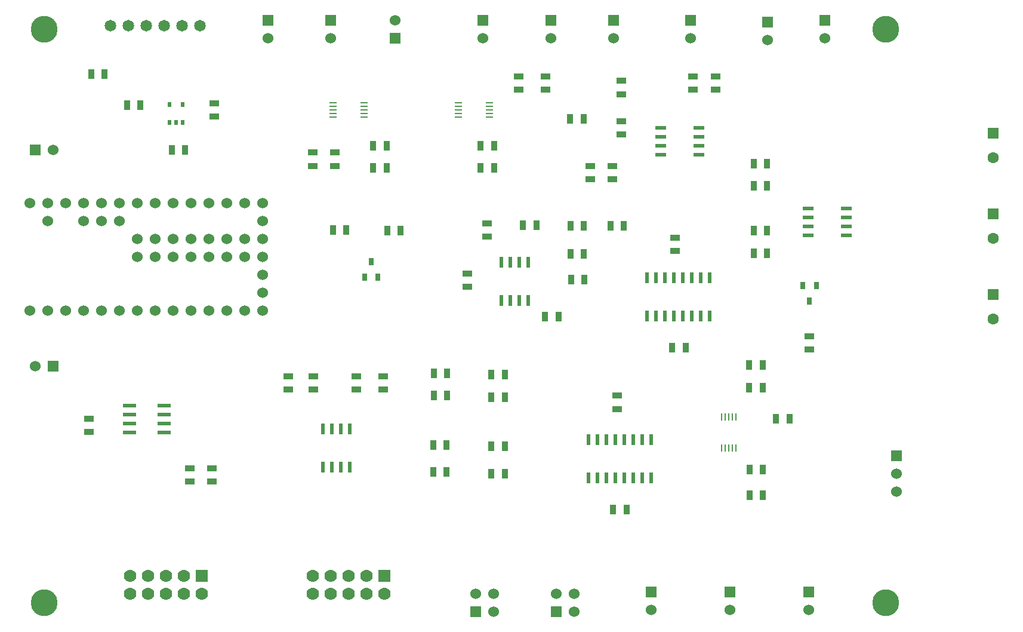
<source format=gts>
G04 (created by PCBNEW (2013-jul-07)-stable) date Thu 22 Dec 2016 08:04:52 PM PST*
%MOIN*%
G04 Gerber Fmt 3.4, Leading zero omitted, Abs format*
%FSLAX34Y34*%
G01*
G70*
G90*
G04 APERTURE LIST*
%ADD10C,0.00590551*%
%ADD11C,0.06*%
%ADD12R,0.02X0.03*%
%ADD13R,0.0315X0.0394*%
%ADD14R,0.055X0.035*%
%ADD15R,0.035X0.055*%
%ADD16R,0.06X0.06*%
%ADD17R,0.0394X0.0106*%
%ADD18C,0.065*%
%ADD19R,0.0779528X0.0208661*%
%ADD20R,0.063X0.063*%
%ADD21C,0.063*%
%ADD22R,0.023622X0.0610236*%
%ADD23R,0.0610236X0.023622*%
%ADD24R,0.07X0.07*%
%ADD25C,0.07*%
%ADD26R,0.0106X0.0394*%
%ADD27C,0.15*%
G04 APERTURE END LIST*
G54D10*
G54D11*
X20700Y-37200D03*
X21700Y-37200D03*
X22700Y-37200D03*
X23700Y-37200D03*
X24700Y-37200D03*
X25700Y-37200D03*
X26700Y-37200D03*
X27700Y-37200D03*
X28700Y-37200D03*
X29700Y-37200D03*
X30700Y-37200D03*
X31700Y-37200D03*
X32700Y-37200D03*
X33700Y-37200D03*
X33700Y-36200D03*
X33700Y-35200D03*
X33700Y-34200D03*
X33700Y-33200D03*
X33700Y-32200D03*
X33700Y-31200D03*
X32700Y-31200D03*
X31700Y-31200D03*
X30700Y-31200D03*
X29700Y-31200D03*
X28700Y-31200D03*
X27700Y-31200D03*
X26700Y-31200D03*
X25700Y-31200D03*
X24700Y-31200D03*
X23700Y-31200D03*
X22700Y-31200D03*
X21700Y-31200D03*
X20700Y-31200D03*
X26700Y-34200D03*
X27700Y-34200D03*
X28700Y-34200D03*
X29700Y-34200D03*
X30700Y-34200D03*
X31700Y-34200D03*
X32700Y-34200D03*
X32700Y-33200D03*
X31700Y-33200D03*
X30700Y-33200D03*
X29700Y-33200D03*
X28700Y-33200D03*
X27700Y-33200D03*
X26700Y-33200D03*
X25700Y-32200D03*
X24700Y-32200D03*
X23700Y-32200D03*
X21700Y-32200D03*
G54D12*
X28491Y-26698D03*
X29241Y-26698D03*
X28491Y-25698D03*
X28866Y-26698D03*
X29241Y-25698D03*
G54D13*
X39777Y-34474D03*
X40152Y-35340D03*
X39402Y-35340D03*
X64250Y-36683D03*
X63875Y-35817D03*
X64625Y-35817D03*
G54D14*
X38954Y-40873D03*
X38954Y-41623D03*
G54D15*
X43266Y-40704D03*
X44016Y-40704D03*
X60875Y-41500D03*
X61625Y-41500D03*
X61652Y-46074D03*
X60902Y-46074D03*
X60875Y-40250D03*
X61625Y-40250D03*
X61652Y-47492D03*
X60902Y-47492D03*
G54D14*
X36553Y-41623D03*
X36553Y-40873D03*
G54D15*
X43266Y-41925D03*
X44016Y-41925D03*
G54D14*
X35135Y-41623D03*
X35135Y-40873D03*
X40450Y-40873D03*
X40450Y-41623D03*
G54D15*
X57335Y-39271D03*
X56585Y-39271D03*
G54D14*
X56750Y-33875D03*
X56750Y-33125D03*
G54D15*
X54032Y-48309D03*
X53282Y-48309D03*
G54D14*
X53500Y-42699D03*
X53500Y-41949D03*
G54D15*
X62375Y-43250D03*
X63125Y-43250D03*
G54D14*
X64250Y-38625D03*
X64250Y-39375D03*
G54D15*
X51640Y-32472D03*
X50890Y-32472D03*
X51680Y-35464D03*
X50930Y-35464D03*
X48252Y-32433D03*
X49002Y-32433D03*
X51640Y-34047D03*
X50890Y-34047D03*
G54D14*
X45124Y-35128D03*
X45124Y-35878D03*
G54D15*
X41412Y-32742D03*
X40662Y-32742D03*
X38380Y-32702D03*
X37630Y-32702D03*
X49473Y-37551D03*
X50223Y-37551D03*
G54D14*
X46226Y-33083D03*
X46226Y-32333D03*
G54D15*
X53884Y-32472D03*
X53134Y-32472D03*
G54D14*
X24000Y-43225D03*
X24000Y-43975D03*
G54D15*
X24125Y-24000D03*
X24875Y-24000D03*
G54D14*
X30875Y-45999D03*
X30875Y-46749D03*
X29625Y-45999D03*
X29625Y-46749D03*
X59000Y-24875D03*
X59000Y-24125D03*
G54D15*
X61125Y-29000D03*
X61875Y-29000D03*
X61875Y-34000D03*
X61125Y-34000D03*
X61125Y-30250D03*
X61875Y-30250D03*
X61875Y-32750D03*
X61125Y-32750D03*
G54D14*
X37750Y-29125D03*
X37750Y-28375D03*
G54D15*
X39875Y-29250D03*
X40625Y-29250D03*
G54D14*
X48000Y-24875D03*
X48000Y-24125D03*
G54D15*
X45875Y-28000D03*
X46625Y-28000D03*
G54D14*
X49500Y-24875D03*
X49500Y-24125D03*
G54D15*
X45875Y-29250D03*
X46625Y-29250D03*
G54D14*
X36500Y-29125D03*
X36500Y-28375D03*
G54D15*
X50875Y-26500D03*
X51625Y-26500D03*
G54D14*
X53750Y-26625D03*
X53750Y-27375D03*
X52000Y-29125D03*
X52000Y-29875D03*
X57750Y-24875D03*
X57750Y-24125D03*
X53250Y-29125D03*
X53250Y-29875D03*
G54D15*
X46477Y-46320D03*
X47227Y-46320D03*
X46477Y-44785D03*
X47227Y-44785D03*
X43227Y-46198D03*
X43977Y-46198D03*
X39875Y-28000D03*
X40625Y-28000D03*
X26125Y-25750D03*
X26875Y-25750D03*
G54D14*
X31000Y-26375D03*
X31000Y-25625D03*
G54D15*
X28625Y-28250D03*
X29375Y-28250D03*
X46477Y-40789D03*
X47227Y-40789D03*
X43227Y-44702D03*
X43977Y-44702D03*
X46477Y-42049D03*
X47227Y-42049D03*
G54D16*
X69100Y-45300D03*
G54D11*
X69100Y-46300D03*
X69100Y-47300D03*
G54D16*
X50100Y-54000D03*
G54D11*
X50100Y-53000D03*
X51100Y-54000D03*
X51100Y-53000D03*
G54D16*
X45600Y-54000D03*
G54D11*
X45600Y-53000D03*
X46600Y-54000D03*
X46600Y-53000D03*
G54D16*
X46000Y-21000D03*
G54D11*
X46000Y-22000D03*
G54D16*
X41100Y-22000D03*
G54D11*
X41100Y-21000D03*
G54D16*
X22000Y-40300D03*
G54D11*
X21000Y-40300D03*
G54D16*
X49800Y-21000D03*
G54D11*
X49800Y-22000D03*
G54D16*
X21000Y-28250D03*
G54D11*
X22000Y-28250D03*
G54D16*
X53300Y-21000D03*
G54D11*
X53300Y-22000D03*
G54D16*
X57600Y-21000D03*
G54D11*
X57600Y-22000D03*
G54D16*
X55400Y-52900D03*
G54D11*
X55400Y-53900D03*
G54D16*
X61900Y-21100D03*
G54D11*
X61900Y-22100D03*
G54D16*
X64200Y-52900D03*
G54D11*
X64200Y-53900D03*
G54D16*
X59800Y-52900D03*
G54D11*
X59800Y-53900D03*
G54D16*
X65100Y-21000D03*
G54D11*
X65100Y-22000D03*
G54D16*
X37500Y-21000D03*
G54D11*
X37500Y-22000D03*
G54D16*
X34000Y-21000D03*
G54D11*
X34000Y-22000D03*
G54D17*
X44625Y-25600D03*
X44625Y-25800D03*
X44625Y-26000D03*
X44625Y-26200D03*
X44625Y-26400D03*
X46375Y-26400D03*
X46375Y-26200D03*
X46375Y-26000D03*
X46375Y-25800D03*
X46375Y-25600D03*
X37625Y-25600D03*
X37625Y-25800D03*
X37625Y-26000D03*
X37625Y-26200D03*
X37625Y-26400D03*
X39375Y-26400D03*
X39375Y-26200D03*
X39375Y-26000D03*
X39375Y-25800D03*
X39375Y-25600D03*
G54D18*
X25200Y-21300D03*
X26200Y-21300D03*
X27200Y-21300D03*
X28200Y-21300D03*
X29200Y-21300D03*
X30200Y-21300D03*
G54D19*
X26279Y-42500D03*
X26279Y-43000D03*
X26279Y-43500D03*
X26279Y-44000D03*
X28220Y-44000D03*
X28220Y-43500D03*
X28220Y-43000D03*
X28220Y-42500D03*
G54D20*
X74500Y-27311D03*
G54D21*
X74500Y-28689D03*
G54D20*
X74500Y-31811D03*
G54D21*
X74500Y-33189D03*
G54D20*
X74500Y-36311D03*
G54D21*
X74500Y-37689D03*
G54D22*
X37062Y-45933D03*
X37562Y-45933D03*
X38062Y-45933D03*
X38562Y-45933D03*
X38562Y-43807D03*
X38062Y-43807D03*
X37562Y-43807D03*
X37062Y-43807D03*
G54D23*
X55948Y-27000D03*
X55948Y-27500D03*
X55948Y-28000D03*
X55948Y-28500D03*
X58074Y-28500D03*
X58074Y-28000D03*
X58074Y-27500D03*
X58074Y-27000D03*
X66312Y-33000D03*
X66312Y-32500D03*
X66312Y-32000D03*
X66312Y-31500D03*
X64187Y-31500D03*
X64187Y-32000D03*
X64187Y-32500D03*
X64187Y-33000D03*
G54D22*
X48551Y-34519D03*
X48051Y-34519D03*
X47551Y-34519D03*
X47051Y-34519D03*
X47051Y-36645D03*
X47551Y-36645D03*
X48051Y-36645D03*
X48551Y-36645D03*
G54D24*
X30300Y-52000D03*
G54D25*
X30300Y-53000D03*
X29300Y-52000D03*
X29300Y-53000D03*
X28300Y-52000D03*
X28300Y-53000D03*
X27300Y-52000D03*
X27300Y-53000D03*
X26300Y-52000D03*
X26300Y-53000D03*
G54D24*
X40500Y-52000D03*
G54D25*
X40500Y-53000D03*
X39500Y-52000D03*
X39500Y-53000D03*
X38500Y-52000D03*
X38500Y-53000D03*
X37500Y-52000D03*
X37500Y-53000D03*
X36500Y-52000D03*
X36500Y-53000D03*
G54D22*
X51907Y-46537D03*
X52407Y-46537D03*
X52907Y-46537D03*
X53407Y-46537D03*
X53407Y-44411D03*
X52907Y-44411D03*
X52407Y-44411D03*
X51907Y-44411D03*
X53907Y-46537D03*
X54407Y-46537D03*
X54907Y-46537D03*
X55407Y-46537D03*
X54407Y-44411D03*
X54907Y-44411D03*
X55407Y-44411D03*
X53907Y-44411D03*
X55171Y-37500D03*
X55671Y-37500D03*
X56171Y-37500D03*
X56671Y-37500D03*
X56671Y-35374D03*
X56171Y-35374D03*
X55671Y-35374D03*
X55171Y-35374D03*
X57171Y-37500D03*
X57671Y-37500D03*
X58171Y-37500D03*
X58671Y-37500D03*
X57671Y-35374D03*
X58171Y-35374D03*
X58671Y-35374D03*
X57171Y-35374D03*
G54D26*
X59350Y-44875D03*
X59550Y-44875D03*
X59750Y-44875D03*
X59950Y-44875D03*
X60150Y-44875D03*
X60150Y-43125D03*
X59950Y-43125D03*
X59750Y-43125D03*
X59550Y-43125D03*
X59350Y-43125D03*
G54D27*
X68500Y-53500D03*
X21500Y-53500D03*
X21500Y-21500D03*
X68500Y-21500D03*
G54D14*
X53750Y-25125D03*
X53750Y-24375D03*
M02*

</source>
